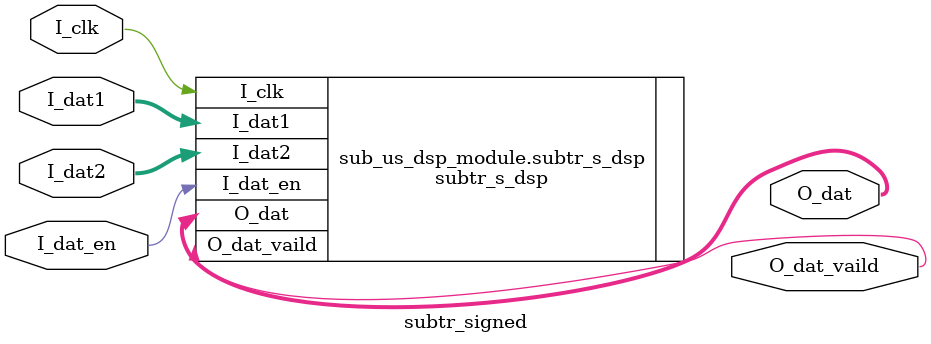
<source format=v>


module  subtr_signed #(
parameter 	  	SUB_CALCU_TYPE 			= "DSP" , // NULL  
parameter 		INPUT_DATA_WIDTH1 		= 8  , 	
parameter 		INPUT_DATA_WIDTH2 		= 8  	
)
(
input 								I_clk 				,
input 								I_dat_en 			,
input 	[INPUT_DATA_WIDTH1-1:0]		I_dat1				,
input 	[INPUT_DATA_WIDTH2-1:0]		I_dat2				,
output	[INPUT_DATA_WIDTH1-1:0]		O_dat				, 
output 								O_dat_vaild
);
// --------------------------------------------------------------  
generate  
// -----------------------------------------------------------------------------------------------------------------------------------
if (SUB_CALCU_TYPE == "DSP")  begin :sub_us_dsp_module  

subtr_s_dsp #(
		.INPUT_DATA_WIDTH1 		(INPUT_DATA_WIDTH1)  , 	
		.INPUT_DATA_WIDTH2 		(INPUT_DATA_WIDTH2)  	
)subtr_s_dsp (
		.I_clk 					(I_clk				),
		.I_dat_en 				(I_dat_en			),
		.I_dat1					(I_dat1				),
		.I_dat2					(I_dat2				),
		.O_dat					(O_dat				), 
		.O_dat_vaild			( O_dat_vaild       )
);

end 
else  begin  :sub_us_lut_module 
// -------------------------------------------------------------------------------------------------------------------------------------
reg 	[2:0] 		en_r ;
always @(posedge I_clk) 	en_r <= {en_r[1:0], I_dat_en};

reg	 signed [INPUT_DATA_WIDTH1-1:0] 	reg1  , reg3, reg4;
reg	 signed [INPUT_DATA_WIDTH2-1:0] 	reg2 ;
always @(posedge I_clk) 	
	if(I_dat_en)	{reg1, reg2} <= {I_dat1,I_dat2} ; 
always @(posedge I_clk) 	reg3	<= $signed(reg1) - $signed(reg2) 	;
always @(posedge I_clk) 	reg4	<= reg3 	;

assign 	O_dat_vaild  = en_r[2] ;
assign 	O_dat = reg4;

end 
// -----------------------------------------------------------------------------------------------------------------------------------
endgenerate


endmodule 



/*

subtr_signed #(
		.SUB_CALCU_TYPE 		(" DSP "			), 
		.INPUT_DATA_WIDTH1 		(OFFSET_DATA_WIDTH	), 	
		.INPUT_DATA_WIDTH2 		(OFFSET_DATA_WIDTH	)  	
)subtr_h_offset1 (
		.I_clk 					(					),
		.I_dat_en 				(					),
		.I_dat1					(					),
		.I_dat2					(					),
		.O_dat					(					),
		.O_dat_vaild			(					)
);

*/
</source>
